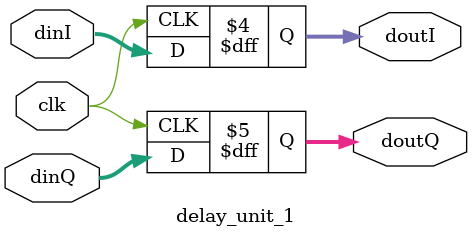
<source format=v>
`timescale 1ns / 1ps


module delay_unit_1(clk, dinI, dinQ, doutI, doutQ);
    input clk;    
    input signed [17:0] dinI, dinQ;
    output reg signed [17:0] doutI = 0;
    output reg signed [17:0] doutQ = 0;
         
    always @(posedge clk)
        begin
        doutI <=dinI;
        doutQ <=dinQ;
        end      
endmodule

</source>
